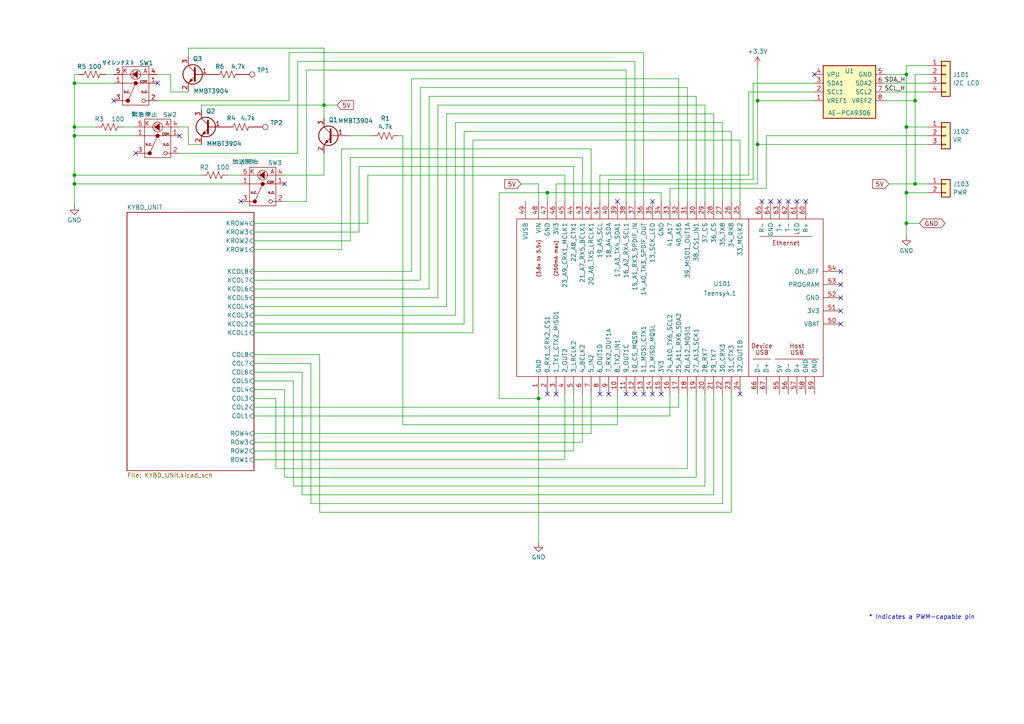
<source format=kicad_sch>
(kicad_sch (version 20231120) (generator "eeschema") (generator_version "8.0")
  (paper "A4")
  (title_block (title "k2503100 操作パネル") (date "2025-03-25") (rev "2.00") (company "HOLLY&Co.,Ltd. Masafumi Horimoto") (comment 1 "MMBT3904シンボル変更"))
  (lib_symbols
    (symbol "Connector:TestPoint" (pin_numbers hide) (pin_names (offset 0.762) hide)
      (property "Reference" "TP" (at 0 6.858 0))
      (property "Value" "TestPoint" (at 0 5.08 0))
      (symbol "TestPoint_0_1"
        (circle (center 0 3.302) (radius 0.762))
      )
      (symbol "TestPoint_1_1"
        (pin passive line (at 0 0 90) (length 2.54) (name "1") (number "1"))
      )
    )
    (symbol "Connector_Generic:Conn_01x02" (pin_names (offset 1.016) hide)
      (property "Reference" "J" (at 0 2.54 0))
      (property "Value" "Conn_01x02" (at 0 -5.08 0))
      (symbol "Conn_01x02_1_1"
        (rectangle (start -1.27 -2.413) (end 0 -2.667) (stroke (width 0.1524)))
        (rectangle (start -1.27 0.127) (end 0 -0.127) (stroke (width 0.1524)))
        (rectangle (start -1.27 1.27) (end 1.27 -3.81) (stroke (width 0.254)) (fill (type background)))
        (pin passive line (at -5.08 0 0) (length 3.81) (name "Pin_1") (number "1"))
        (pin passive line (at -5.08 -2.54 0) (length 3.81) (name "Pin_2") (number "2"))
      )
    )
    (symbol "Connector_Generic:Conn_01x03" (pin_names (offset 1.016) hide)
      (property "Reference" "J" (at 0 5.08 0))
      (property "Value" "Conn_01x03" (at 0 -5.08 0))
      (symbol "Conn_01x03_1_1"
        (rectangle (start -1.27 -2.413) (end 0 -2.667) (stroke (width 0.1524)))
        (rectangle (start -1.27 0.127) (end 0 -0.127) (stroke (width 0.1524)))
        (rectangle (start -1.27 2.667) (end 0 2.413) (stroke (width 0.1524)))
        (rectangle (start -1.27 3.81) (end 1.27 -3.81) (stroke (width 0.254)) (fill (type background)))
        (pin passive line (at -5.08 2.54 0) (length 3.81) (name "Pin_1") (number "1"))
        (pin passive line (at -5.08 0 0) (length 3.81) (name "Pin_2") (number "2"))
        (pin passive line (at -5.08 -2.54 0) (length 3.81) (name "Pin_3") (number "3"))
      )
    )
    (symbol "Connector_Generic:Conn_01x04" (pin_names (offset 1.016) hide)
      (property "Reference" "J" (at 0 5.08 0))
      (property "Value" "Conn_01x04" (at 0 -7.62 0))
      (symbol "Conn_01x04_1_1"
        (rectangle (start -1.27 -4.953) (end 0 -5.207) (stroke (width 0.1524)))
        (rectangle (start -1.27 -2.413) (end 0 -2.667) (stroke (width 0.1524)))
        (rectangle (start -1.27 0.127) (end 0 -0.127) (stroke (width 0.1524)))
        (rectangle (start -1.27 2.667) (end 0 2.413) (stroke (width 0.1524)))
        (rectangle (start -1.27 3.81) (end 1.27 -6.35) (stroke (width 0.254)) (fill (type background)))
        (pin passive line (at -5.08 2.54 0) (length 3.81) (name "Pin_1") (number "1"))
        (pin passive line (at -5.08 0 0) (length 3.81) (name "Pin_2") (number "2"))
        (pin passive line (at -5.08 -2.54 0) (length 3.81) (name "Pin_3") (number "3"))
        (pin passive line (at -5.08 -5.08 0) (length 3.81) (name "Pin_4") (number "4"))
      )
    )
    (symbol "Device:R_US" (pin_numbers hide) (pin_names (offset 0))
      (property "Reference" "R" (at 2.54 0 90))
      (property "Value" "R_US" (at -2.54 0 90))
      (symbol "R_US_0_1"
        (polyline (pts (xy 0 -2.286) (xy 0 -2.54)))
        (polyline (pts (xy 0 2.286) (xy 0 2.54)))
        (polyline (pts (xy 0 -0.762) (xy 1.016 -1.143) (xy 0 -1.524) (xy -1.016 -1.905) (xy 0 -2.286)))
        (polyline (pts (xy 0 0.762) (xy 1.016 0.381) (xy 0 0) (xy -1.016 -0.381) (xy 0 -0.762)))
        (polyline (pts (xy 0 2.286) (xy 1.016 1.905) (xy 0 1.524) (xy -1.016 1.143) (xy 0 0.762)))
      )
      (symbol "R_US_1_1"
        (pin passive line (at 0 3.81 270) (length 1.27) (name "~") (number "1"))
        (pin passive line (at 0 -3.81 90) (length 1.27) (name "~") (number "2"))
      )
    )
    (symbol "HOLLY2:AE-PCA9306" (pin_names (offset 1.016))
      (property "Reference" "U" (at -6.35 10.16 0))
      (property "Value" "AE-PCA9306" (at -6.35 6.35 0))
      (symbol "AE-PCA9306_0_1"
        (rectangle (start -7.62 8.89) (end 7.62 -6.35) (stroke (width 0.254)) (fill (type background)))
      )
      (symbol "AE-PCA9306_1_1"
        (pin power_in line (at -10.16 3.81 0) (length 2.54) (name "VREF1") (number "1"))
        (pin bidirectional line (at -10.16 1.27 0) (length 2.54) (name "SCL1") (number "2"))
        (pin bidirectional line (at -10.16 -1.27 0) (length 2.54) (name "SDA1") (number "3"))
        (pin input line (at -10.16 -3.81 0) (length 2.54) (name "VPU") (number "4"))
        (pin power_in line (at 10.16 -3.81 180) (length 2.54) (name "GND") (number "5"))
        (pin bidirectional line (at 10.16 -1.27 180) (length 2.54) (name "SDA2") (number "6"))
        (pin bidirectional line (at 10.16 1.27 180) (length 2.54) (name "SCL2") (number "7"))
        (pin power_in line (at 10.16 3.81 180) (length 2.54) (name "VREF2") (number "8"))
      )
    )
    (symbol "K2503100:MP86A1"
      (property "Reference" "SW" (at 0 0 0))
      (symbol "MP86A1_0_1"
        (rectangle (start -3.81 -1.524) (end 3.81 -12.7))
        (polyline (pts (xy -0.762 -2.794) (xy -0.762 -4.826)))
      )
      (symbol "MP86A1_1_1"
        (circle (center -2.286 -11.43) (radius 0.508) (fill (type outline)))
        (circle (center 0 -6.35) (radius 0.508) (fill (type outline)))
        (circle (center 0 -3.81) (radius 1.4368))
        (polyline (pts (xy -3.81 -11.43) (xy -2.794 -11.43)))
        (polyline (pts (xy -3.81 -6.35) (xy 3.81 -6.35)))
        (polyline (pts (xy -3.81 -3.81) (xy 3.81 -3.81)))
        (polyline (pts (xy 0 -6.35) (xy -2.286 -11.43)))
        (polyline (pts (xy 0 -6.35) (xy 2.286 -11.43)) (stroke (width 0) (type dot)))
        (polyline (pts (xy 3.81 -11.43) (xy 2.794 -11.43)))
        (polyline (pts (xy -0.762 -3.81) (xy 0.508 -2.794) (xy 0.508 -4.826) (xy -0.762 -3.81)) (fill (type color) (color 132 0 0 1)))
        (circle (center 2.286 -11.43) (radius 0.508))
        (text "A" (at 2.794 -2.794 0) (effects (font (size 1.27 1.27))))
        (text "COM" (at 2.286 -5.842 0) (effects (font (size 0.635 0.635))))
        (text "K" (at -3.048 -2.794 0) (effects (font (size 1.27 1.27))))
        (text "N.C." (at -2.54 -8.89 0) (effects (font (size 0.635 0.635))))
        (text "N.O." (at 2.54 -8.89 0) (effects (font (size 0.635 0.635))))
        (pin input line (at -6.35 -6.35 0) (length 2.54) (name "") (number "1"))
        (pin input line (at 6.35 -6.35 180) (length 2.54) (name "") (number "1"))
        (pin input line (at 6.35 -11.43 180) (length 2.54) (name "") (number "2"))
        (pin input line (at -6.35 -11.43 0) (length 2.54) (name "") (number "3"))
        (pin input line (at 6.35 -3.81 180) (length 2.54) (name "") (number "4"))
        (pin input line (at -6.35 -3.81 0) (length 2.54) (name "") (number "5"))
      )
    )
    (symbol "Transistor_BJT:MMBT3904" (pin_names (offset 0) hide)
      (property "Reference" "Q" (at 5.08 1.905 0))
      (property "Value" "MMBT3904" (at 5.08 0 0))
      (symbol "MMBT3904_0_1"
        (polyline (pts (xy 0.635 0.635) (xy 2.54 2.54)))
        (polyline (pts (xy 0.635 -0.635) (xy 2.54 -2.54) (xy 2.54 -2.54)))
        (polyline (pts (xy 0.635 1.905) (xy 0.635 -1.905) (xy 0.635 -1.905)) (stroke (width 0.508)))
        (polyline (pts (xy 1.27 -1.778) (xy 1.778 -1.27) (xy 2.286 -2.286) (xy 1.27 -1.778) (xy 1.27 -1.778)) (fill (type outline)))
        (circle (center 1.27 0) (radius 2.8194) (stroke (width 0.254)))
      )
      (symbol "MMBT3904_1_1"
        (pin input line (at -5.08 0 0) (length 5.715) (name "B") (number "1"))
        (pin passive line (at 2.54 -5.08 90) (length 2.54) (name "E") (number "2"))
        (pin passive line (at 2.54 5.08 270) (length 2.54) (name "C") (number "3"))
      )
    )
    (symbol "power:+3.3V" (power) (pin_numbers hide) (pin_names (offset 0) hide)
      (property "Value" "+3.3V" (at 0 3.556 0))
      (symbol "+3.3V_0_1"
        (polyline (pts (xy -0.762 1.27) (xy 0 2.54)))
        (polyline (pts (xy 0 0) (xy 0 2.54)))
        (polyline (pts (xy 0 2.54) (xy 0.762 1.27)))
      )
      (symbol "+3.3V_1_1"
        (pin power_in line (at 0 0 90) (length 0) (name "~") (number "1"))
      )
    )
    (symbol "power:GND" (power) (pin_numbers hide) (pin_names (offset 0) hide)
      (property "Value" "GND" (at 0 -3.81 0))
      (symbol "GND_0_1"
        (polyline (pts (xy 0 0) (xy 0 -1.27) (xy 1.27 -1.27) (xy 0 -2.54) (xy -1.27 -1.27) (xy 0 -1.27)))
      )
      (symbol "GND_1_1"
        (pin power_in line (at 0 0 270) (length 0) (name "~") (number "1"))
      )
    )
    (symbol "teensy:Teensy4.1" (pin_names (offset 1.016))
      (property "Reference" "U" (at 0 64.77 0))
      (property "Value" "Teensy4.1" (at 0 62.23 0))
      (symbol "Teensy4.1_0_0"
        (polyline (pts (xy -22.86 -6.35) (xy 22.86 -6.35)))
        (polyline (pts (xy -17.78 -26.67) (xy -17.78 -13.97)))
        (polyline (pts (xy -17.78 -7.62) (xy -17.78 -12.7)))
        (polyline (pts (xy 17.78 -9.525) (xy 17.78 -24.765)))
        (text "(250mA max)" (at 11.43 49.53 0) (effects (font (size 1.016 1.016))))
        (text "(3.6v to 5.5v)" (at 11.43 54.61 0) (effects (font (size 1.016 1.016))))
        (text "Device" (at -13.97 -10.16 900) (effects (font (size 1.27 1.27))))
        (text "Ethernet" (at 15.875 -17.145 900) (effects (font (size 1.27 1.27))))
        (text "Host" (at -13.97 -20.32 900) (effects (font (size 1.27 1.27))))
        (text "USB" (at -15.875 -20.32 900) (effects (font (size 1.27 1.27))))
        (text "USB" (at -15.875 -10.16 900) (effects (font (size 1.27 1.27))))
        (pin bidirectional line (at -27.94 31.75 0) (length 5.08) (name "8_TX2_IN1") (number "10"))
        (pin bidirectional line (at -27.94 29.21 0) (length 5.08) (name "9_OUT1C") (number "11"))
        (pin bidirectional line (at -27.94 26.67 0) (length 5.08) (name "10_CS_MQSR") (number "12"))
        (pin bidirectional line (at -27.94 24.13 0) (length 5.08) (name "11_MOSI_CTX1") (number "13"))
        (pin bidirectional line (at -27.94 21.59 0) (length 5.08) (name "12_MISO_MQSL") (number "14"))
        (pin power_in line (at -27.94 19.05 0) (length 5.08) (name "3V3") (number "15"))
        (pin bidirectional line (at -27.94 16.51 0) (length 5.08) (name "24_A10_TX6_SCL2") (number "16"))
        (pin bidirectional line (at -27.94 13.97 0) (length 5.08) (name "25_A11_RX6_SDA2") (number "17"))
        (pin bidirectional line (at -27.94 11.43 0) (length 5.08) (name "26_A12_MOSI1") (number "18"))
        (pin bidirectional line (at -27.94 8.89 0) (length 5.08) (name "27_A13_SCK1") (number "19"))
        (pin bidirectional line (at -27.94 6.35 0) (length 5.08) (name "28_RX7") (number "20"))
        (pin bidirectional line (at -27.94 3.81 0) (length 5.08) (name "29_TX7") (number "21"))
        (pin bidirectional line (at -27.94 1.27 0) (length 5.08) (name "30_CRX3") (number "22"))
        (pin bidirectional line (at -27.94 -1.27 0) (length 5.08) (name "31_CTX3") (number "23"))
        (pin bidirectional line (at -27.94 -3.81 0) (length 5.08) (name "32_OUT1B") (number "24"))
        (pin bidirectional line (at 27.94 -3.81 180) (length 5.08) (name "33_MCLK2") (number "25"))
        (pin bidirectional line (at 27.94 -1.27 180) (length 5.08) (name "34_RX8") (number "26"))
        (pin bidirectional line (at 27.94 1.27 180) (length 5.08) (name "35_TX8") (number "27"))
        (pin bidirectional line (at 27.94 3.81 180) (length 5.08) (name "36_CS") (number "28"))
        (pin bidirectional line (at 27.94 6.35 180) (length 5.08) (name "37_CS") (number "29"))
        (pin bidirectional line (at 27.94 8.89 180) (length 5.08) (name "38_CS1_IN1") (number "30"))
        (pin bidirectional line (at 27.94 11.43 180) (length 5.08) (name "39_MISO1_OUT1A") (number "31"))
        (pin bidirectional line (at 27.94 13.97 180) (length 5.08) (name "40_A16") (number "32"))
        (pin bidirectional line (at 27.94 16.51 180) (length 5.08) (name "41_A17") (number "33"))
        (pin bidirectional line (at 27.94 21.59 180) (length 5.08) (name "13_SCK_LED") (number "35"))
        (pin bidirectional line (at 27.94 24.13 180) (length 5.08) (name "14_A0_TX3_SPDIF_OUT") (number "36"))
        (pin bidirectional line (at 27.94 26.67 180) (length 5.08) (name "15_A1_RX3_SPDIF_IN") (number "37"))
        (pin bidirectional line (at 27.94 29.21 180) (length 5.08) (name "16_A2_RX4_SCL1") (number "38"))
        (pin bidirectional line (at 27.94 31.75 180) (length 5.08) (name "17_A3_TX4_SDA1") (number "39"))
        (pin bidirectional line (at 27.94 34.29 180) (length 5.08) (name "18_A4_SDA") (number "40"))
        (pin bidirectional line (at 27.94 36.83 180) (length 5.08) (name "19_A5_SCL") (number "41"))
        (pin bidirectional line (at 27.94 39.37 180) (length 5.08) (name "20_A6_TX5_LRCLK1") (number "42"))
        (pin bidirectional line (at 27.94 41.91 180) (length 5.08) (name "21_A7_RX5_BCLK1") (number "43"))
        (pin bidirectional line (at 27.94 44.45 180) (length 5.08) (name "22_A8_CTX1") (number "44"))
        (pin bidirectional line (at 27.94 46.99 180) (length 5.08) (name "23_A9_CRX1_MCLK1") (number "45"))
        (pin output line (at 27.94 49.53 180) (length 5.08) (name "3V3") (number "46"))
        (pin output line (at 27.94 52.07 180) (length 5.08) (name "GND") (number "47"))
        (pin power_in line (at 27.94 54.61 180) (length 5.08) (name "VIN") (number "48"))
        (pin power_out line (at 27.94 58.42 180) (length 5.08) (name "VUSB") (number "49"))
        (pin bidirectional line (at -27.94 44.45 0) (length 5.08) (name "3_LRCLK2") (number "5"))
        (pin power_in line (at -7.62 -33.02 90) (length 5.08) (name "VBAT") (number "50"))
        (pin power_in line (at -3.81 -33.02 90) (length 5.08) (name "3V3") (number "51"))
        (pin input line (at 0 -33.02 90) (length 5.08) (name "GND") (number "52"))
        (pin input line (at 3.81 -33.02 90) (length 5.08) (name "PROGRAM") (number "53"))
        (pin input line (at 7.62 -33.02 90) (length 5.08) (name "ON_OFF") (number "54"))
        (pin power_out line (at -27.94 -15.24 0) (length 5.08) (name "5V") (number "55"))
        (pin bidirectional line (at -27.94 -17.78 0) (length 5.08) (name "D-") (number "56"))
        (pin bidirectional line (at -27.94 -20.32 0) (length 5.08) (name "D+") (number "57"))
        (pin power_in line (at -27.94 -22.86 0) (length 5.08) (name "GND") (number "58"))
        (pin power_in line (at -27.94 -25.4 0) (length 5.08) (name "GND") (number "59"))
        (pin bidirectional line (at -27.94 41.91 0) (length 5.08) (name "4_BCLK2") (number "6"))
        (pin bidirectional line (at 27.94 -22.86 180) (length 5.08) (name "R+") (number "60"))
        (pin bidirectional line (at 27.94 -20.32 180) (length 5.08) (name "LED") (number "61"))
        (pin bidirectional line (at 27.94 -17.78 180) (length 5.08) (name "T-") (number "62"))
        (pin bidirectional line (at 27.94 -15.24 180) (length 5.08) (name "T+") (number "63"))
        (pin power_in line (at 27.94 -12.7 180) (length 5.08) (name "GND") (number "64"))
        (pin bidirectional line (at 27.94 -10.16 180) (length 5.08) (name "R-") (number "65"))
        (pin bidirectional line (at -27.94 -8.89 0) (length 5.08) (name "D-") (number "66"))
        (pin bidirectional line (at -27.94 -11.43 0) (length 5.08) (name "D+") (number "67"))
        (pin bidirectional line (at -27.94 39.37 0) (length 5.08) (name "5_IN2") (number "7"))
        (pin bidirectional line (at -27.94 36.83 0) (length 5.08) (name "6_OUT1D") (number "8"))
        (pin bidirectional line (at -27.94 34.29 0) (length 5.08) (name "7_RX2_OUT1A") (number "9"))
      )
      (symbol "Teensy4.1_0_1"
        (rectangle (start -22.86 60.96) (end 22.86 -27.94))
        (rectangle (start -20.32 -1.27) (end -20.32 -1.27))
      )
      (symbol "Teensy4.1_1_1"
        (pin power_in line (at -27.94 54.61 0) (length 5.08) (name "GND") (number "1"))
        (pin bidirectional line (at -27.94 52.07 0) (length 5.08) (name "0_RX1_CRX2_CS1") (number "2"))
        (pin bidirectional line (at -27.94 49.53 0) (length 5.08) (name "1_TX1_CTX2_MISO1") (number "3"))
        (pin power_in line (at 27.94 19.05 180) (length 5.08) (name "GND") (number "34"))
        (pin bidirectional line (at -27.94 46.99 0) (length 5.08) (name "2_OUT2") (number "4"))
      )
    )
  )
  (junction (at 219.71 29.21))
  (junction (at 262.89 64.77))
  (junction (at 262.89 36.83))
  (junction (at 21.59 36.83))
  (junction (at 262.89 21.59))
  (junction (at 265.43 53.34))
  (junction (at 156.21 115.57))
  (junction (at 158.75 55.88))
  (junction (at 265.43 29.21))
  (junction (at 21.59 53.34))
  (junction (at 21.59 39.37))
  (junction (at 93.98 30.48))
  (junction (at 262.89 55.88))
  (junction (at 21.59 50.8))
  (junction (at 21.59 24.13))
  (junction (at 219.71 41.91))
  (no_connect (at 161.29 114.3))
  (no_connect (at 214.63 114.3))
  (no_connect (at 189.23 114.3))
  (no_connect (at 176.53 114.3))
  (no_connect (at 231.14 58.42))
  (no_connect (at 179.07 58.42))
  (no_connect (at 69.85 58.42))
  (no_connect (at 158.75 114.3))
  (no_connect (at 243.84 93.98))
  (no_connect (at 236.22 21.59))
  (no_connect (at 186.69 114.3))
  (no_connect (at 233.68 58.42))
  (no_connect (at 45.72 24.13))
  (no_connect (at 243.84 78.74))
  (no_connect (at 52.07 39.37))
  (no_connect (at 33.02 29.21))
  (no_connect (at 82.55 53.34))
  (no_connect (at 191.77 114.3))
  (no_connect (at 243.84 82.55))
  (no_connect (at 173.99 114.3))
  (no_connect (at 39.37 44.45))
  (no_connect (at 223.52 58.42))
  (no_connect (at 220.98 58.42))
  (no_connect (at 226.06 58.42))
  (no_connect (at 243.84 90.17))
  (no_connect (at 181.61 114.3))
  (no_connect (at 189.23 58.42))
  (no_connect (at 184.15 114.3))
  (no_connect (at 228.6 58.42))
  (no_connect (at 243.84 86.36))
  (wire (pts (xy 207.01 143.51) (xy 207.01 114.3)))
  (wire (pts (xy 104.14 67.31) (xy 104.14 48.26)))
  (wire (pts (xy 73.66 110.49) (xy 85.09 110.49)))
  (wire (pts (xy 83.82 15.24) (xy 186.69 15.24)))
  (wire (pts (xy 54.61 13.97) (xy 93.98 13.97)))
  (wire (pts (xy 256.54 24.13) (xy 269.24 24.13)))
  (wire (pts (xy 92.71 148.59) (xy 212.09 148.59)))
  (wire (pts (xy 199.39 135.89) (xy 199.39 114.3)))
  (wire (pts (xy 127 86.36) (xy 127 30.48)))
  (wire (pts (xy 82.55 113.03) (xy 82.55 138.43)))
  (wire (pts (xy 80.01 135.89) (xy 199.39 135.89)))
  (wire (pts (xy 161.29 53.34) (xy 219.71 53.34)))
  (wire (pts (xy 191.77 55.88) (xy 158.75 55.88)))
  (wire (pts (xy 212.09 38.1) (xy 212.09 58.42)))
  (wire (pts (xy 265.43 21.59) (xy 265.43 29.21)))
  (wire (pts (xy 73.66 78.74) (xy 119.38 78.74)))
  (wire (pts (xy 196.85 118.11) (xy 196.85 114.3)))
  (wire (pts (xy 54.61 41.91) (xy 58.42 41.91)))
  (wire (pts (xy 54.61 26.67) (xy 49.53 26.67)))
  (wire (pts (xy 97.79 30.48) (xy 93.98 30.48)))
  (wire (pts (xy 73.66 107.95) (xy 87.63 107.95)))
  (wire (pts (xy 168.91 45.72) (xy 168.91 58.42)))
  (wire (pts (xy 218.44 52.07) (xy 218.44 24.13)))
  (wire (pts (xy 90.17 105.41) (xy 90.17 146.05)))
  (wire (pts (xy 21.59 21.59) (xy 21.59 24.13)))
  (wire (pts (xy 194.31 114.3) (xy 194.31 120.65)))
  (wire (pts (xy 262.89 36.83) (xy 269.24 36.83)))
  (wire (pts (xy 119.38 78.74) (xy 119.38 22.86)))
  (wire (pts (xy 58.42 31.75) (xy 58.42 30.48)))
  (wire (pts (xy 262.89 21.59) (xy 262.89 36.83)))
  (wire (pts (xy 83.82 29.21) (xy 45.72 29.21)))
  (wire (pts (xy 262.89 55.88) (xy 262.89 64.77)))
  (wire (pts (xy 129.54 33.02) (xy 207.01 33.02)))
  (wire (pts (xy 92.71 102.87) (xy 92.71 148.59)))
  (wire (pts (xy 212.09 148.59) (xy 212.09 114.3)))
  (wire (pts (xy 49.53 26.67) (xy 49.53 21.59)))
  (wire (pts (xy 163.83 133.35) (xy 73.66 133.35)))
  (wire (pts (xy 144.78 115.57) (xy 156.21 115.57)))
  (wire (pts (xy 262.89 64.77) (xy 262.89 68.58)))
  (wire (pts (xy 194.31 120.65) (xy 73.66 120.65)))
  (wire (pts (xy 73.66 67.31) (xy 104.14 67.31)))
  (wire (pts (xy 269.24 39.37) (xy 222.25 39.37)))
  (wire (pts (xy 93.98 13.97) (xy 93.98 30.48)))
  (wire (pts (xy 73.66 88.9) (xy 129.54 88.9)))
  (wire (pts (xy 265.43 53.34) (xy 269.24 53.34)))
  (wire (pts (xy 35.56 36.83) (xy 39.37 36.83)))
  (wire (pts (xy 54.61 16.51) (xy 54.61 13.97)))
  (wire (pts (xy 85.09 140.97) (xy 204.47 140.97)))
  (wire (pts (xy 218.44 24.13) (xy 236.22 24.13)))
  (wire (pts (xy 83.82 15.24) (xy 83.82 29.21)))
  (wire (pts (xy 87.63 107.95) (xy 87.63 143.51)))
  (wire (pts (xy 127 30.48) (xy 204.47 30.48)))
  (wire (pts (xy 191.77 55.88) (xy 191.77 58.42)))
  (wire (pts (xy 101.6 45.72) (xy 168.91 45.72)))
  (wire (pts (xy 156.21 53.34) (xy 156.21 58.42)))
  (wire (pts (xy 21.59 36.83) (xy 21.59 39.37)))
  (wire (pts (xy 219.71 53.34) (xy 219.71 41.91)))
  (wire (pts (xy 22.86 21.59) (xy 21.59 21.59)))
  (wire (pts (xy 186.69 58.42) (xy 186.69 15.24)))
  (wire (pts (xy 21.59 50.8) (xy 21.59 53.34)))
  (wire (pts (xy 21.59 53.34) (xy 69.85 53.34)))
  (wire (pts (xy 181.61 20.32) (xy 181.61 58.42)))
  (wire (pts (xy 73.66 96.52) (xy 137.16 96.52)))
  (wire (pts (xy 201.93 27.94) (xy 201.93 58.42)))
  (wire (pts (xy 106.68 64.77) (xy 73.66 64.77)))
  (wire (pts (xy 161.29 58.42) (xy 161.29 53.34)))
  (wire (pts (xy 93.98 44.45) (xy 93.98 50.8)))
  (wire (pts (xy 137.16 96.52) (xy 137.16 40.64)))
  (wire (pts (xy 209.55 35.56) (xy 209.55 58.42)))
  (wire (pts (xy 104.14 48.26) (xy 166.37 48.26)))
  (wire (pts (xy 163.83 58.42) (xy 163.83 50.8)))
  (wire (pts (xy 93.98 30.48) (xy 93.98 34.29)))
  (wire (pts (xy 236.22 26.67) (xy 217.17 26.67)))
  (wire (pts (xy 21.59 24.13) (xy 21.59 36.83)))
  (wire (pts (xy 166.37 48.26) (xy 166.37 58.42)))
  (wire (pts (xy 21.59 53.34) (xy 21.59 59.69)))
  (wire (pts (xy 69.85 50.8) (xy 66.04 50.8)))
  (wire (pts (xy 217.17 26.67) (xy 217.17 50.8)))
  (wire (pts (xy 21.59 39.37) (xy 21.59 50.8)))
  (wire (pts (xy 80.01 115.57) (xy 80.01 135.89)))
  (wire (pts (xy 269.24 21.59) (xy 265.43 21.59)))
  (wire (pts (xy 101.6 69.85) (xy 101.6 45.72)))
  (wire (pts (xy 86.36 44.45) (xy 52.07 44.45)))
  (wire (pts (xy 116.84 39.37) (xy 116.84 123.19)))
  (wire (pts (xy 199.39 25.4) (xy 199.39 58.42)))
  (wire (pts (xy 236.22 29.21) (xy 219.71 29.21)))
  (wire (pts (xy 129.54 88.9) (xy 129.54 33.02)))
  (wire (pts (xy 171.45 114.3) (xy 171.45 125.73)))
  (wire (pts (xy 262.89 55.88) (xy 269.24 55.88)))
  (wire (pts (xy 58.42 50.8) (xy 21.59 50.8)))
  (wire (pts (xy 156.21 115.57) (xy 156.21 114.3)))
  (wire (pts (xy 124.46 83.82) (xy 124.46 27.94)))
  (wire (pts (xy 124.46 27.94) (xy 201.93 27.94)))
  (wire (pts (xy 176.53 52.07) (xy 218.44 52.07)))
  (wire (pts (xy 21.59 39.37) (xy 39.37 39.37)))
  (wire (pts (xy 265.43 29.21) (xy 265.43 53.34)))
  (wire (pts (xy 171.45 58.42) (xy 171.45 43.18)))
  (wire (pts (xy 132.08 91.44) (xy 132.08 35.56)))
  (wire (pts (xy 222.25 54.61) (xy 194.31 54.61)))
  (wire (pts (xy 90.17 146.05) (xy 209.55 146.05)))
  (wire (pts (xy 134.62 93.98) (xy 134.62 38.1)))
  (wire (pts (xy 73.66 113.03) (xy 82.55 113.03)))
  (wire (pts (xy 86.36 17.78) (xy 86.36 44.45)))
  (wire (pts (xy 184.15 17.78) (xy 86.36 17.78)))
  (wire (pts (xy 132.08 35.56) (xy 209.55 35.56)))
  (wire (pts (xy 99.06 72.39) (xy 73.66 72.39)))
  (wire (pts (xy 121.92 81.28) (xy 121.92 25.4)))
  (wire (pts (xy 265.43 29.21) (xy 256.54 29.21)))
  (wire (pts (xy 171.45 125.73) (xy 73.66 125.73)))
  (wire (pts (xy 58.42 30.48) (xy 93.98 30.48)))
  (wire (pts (xy 171.45 43.18) (xy 99.06 43.18)))
  (wire (pts (xy 73.66 115.57) (xy 80.01 115.57)))
  (wire (pts (xy 99.06 43.18) (xy 99.06 72.39)))
  (wire (pts (xy 158.75 55.88) (xy 144.78 55.88)))
  (wire (pts (xy 173.99 50.8) (xy 217.17 50.8)))
  (wire (pts (xy 73.66 93.98) (xy 134.62 93.98)))
  (wire (pts (xy 73.66 105.41) (xy 90.17 105.41)))
  (wire (pts (xy 30.48 21.59) (xy 33.02 21.59)))
  (wire (pts (xy 204.47 30.48) (xy 204.47 58.42)))
  (wire (pts (xy 256.54 26.67) (xy 269.24 26.67)))
  (wire (pts (xy 85.09 110.49) (xy 85.09 140.97)))
  (wire (pts (xy 176.53 58.42) (xy 176.53 52.07)))
  (wire (pts (xy 207.01 33.02) (xy 207.01 58.42)))
  (wire (pts (xy 269.24 19.05) (xy 262.89 19.05)))
  (wire (pts (xy 49.53 21.59) (xy 45.72 21.59)))
  (wire (pts (xy 222.25 39.37) (xy 222.25 54.61)))
  (wire (pts (xy 163.83 50.8) (xy 106.68 50.8)))
  (wire (pts (xy 82.55 58.42) (xy 88.9 58.42)))
  (wire (pts (xy 119.38 22.86) (xy 196.85 22.86)))
  (wire (pts (xy 73.66 118.11) (xy 196.85 118.11)))
  (wire (pts (xy 209.55 146.05) (xy 209.55 114.3)))
  (wire (pts (xy 134.62 38.1) (xy 212.09 38.1)))
  (wire (pts (xy 73.66 69.85) (xy 101.6 69.85)))
  (wire (pts (xy 201.93 138.43) (xy 201.93 114.3)))
  (wire (pts (xy 73.66 91.44) (xy 132.08 91.44)))
  (wire (pts (xy 21.59 36.83) (xy 27.94 36.83)))
  (wire (pts (xy 194.31 54.61) (xy 194.31 58.42)))
  (wire (pts (xy 173.99 58.42) (xy 173.99 50.8)))
  (wire (pts (xy 106.68 50.8) (xy 106.68 64.77)))
  (wire (pts (xy 156.21 115.57) (xy 156.21 157.48)))
  (wire (pts (xy 163.83 114.3) (xy 163.83 133.35)))
  (wire (pts (xy 184.15 58.42) (xy 184.15 17.78)))
  (wire (pts (xy 116.84 123.19) (xy 179.07 123.19)))
  (wire (pts (xy 158.75 55.88) (xy 158.75 58.42)))
  (wire (pts (xy 219.71 41.91) (xy 269.24 41.91)))
  (wire (pts (xy 262.89 36.83) (xy 262.89 55.88)))
  (wire (pts (xy 93.98 50.8) (xy 82.55 50.8)))
  (wire (pts (xy 204.47 140.97) (xy 204.47 114.3)))
  (wire (pts (xy 196.85 22.86) (xy 196.85 58.42)))
  (wire (pts (xy 168.91 128.27) (xy 168.91 114.3)))
  (wire (pts (xy 151.13 53.34) (xy 156.21 53.34)))
  (wire (pts (xy 214.63 40.64) (xy 214.63 58.42)))
  (wire (pts (xy 262.89 19.05) (xy 262.89 21.59)))
  (wire (pts (xy 137.16 40.64) (xy 214.63 40.64)))
  (wire (pts (xy 115.57 39.37) (xy 116.84 39.37)))
  (wire (pts (xy 73.66 128.27) (xy 168.91 128.27)))
  (wire (pts (xy 73.66 102.87) (xy 92.71 102.87)))
  (wire (pts (xy 33.02 24.13) (xy 21.59 24.13)))
  (wire (pts (xy 54.61 36.83) (xy 54.61 41.91)))
  (wire (pts (xy 73.66 81.28) (xy 121.92 81.28)))
  (wire (pts (xy 179.07 123.19) (xy 179.07 114.3)))
  (wire (pts (xy 257.81 53.34) (xy 265.43 53.34)))
  (wire (pts (xy 107.95 39.37) (xy 101.6 39.37)))
  (wire (pts (xy 87.63 143.51) (xy 207.01 143.51)))
  (wire (pts (xy 52.07 36.83) (xy 54.61 36.83)))
  (wire (pts (xy 82.55 138.43) (xy 201.93 138.43)))
  (wire (pts (xy 256.54 21.59) (xy 262.89 21.59)))
  (wire (pts (xy 166.37 130.81) (xy 73.66 130.81)))
  (wire (pts (xy 166.37 114.3) (xy 166.37 130.81)))
  (wire (pts (xy 219.71 29.21) (xy 219.71 41.91)))
  (wire (pts (xy 121.92 25.4) (xy 199.39 25.4)))
  (wire (pts (xy 262.89 64.77) (xy 266.7 64.77)))
  (wire (pts (xy 88.9 20.32) (xy 181.61 20.32)))
  (wire (pts (xy 73.66 86.36) (xy 127 86.36)))
  (wire (pts (xy 144.78 55.88) (xy 144.78 115.57)))
  (wire (pts (xy 73.66 83.82) (xy 124.46 83.82)))
  (wire (pts (xy 88.9 58.42) (xy 88.9 20.32)))
  (wire (pts (xy 219.71 19.05) (xy 219.71 29.21)))
  (text "* Indicates a PWM-capable pin" (at 251.968 179.832 0) (effects (font (size 1.27 1.27)) (justify left bottom)))
  (label "SDA_H" (at 256.54 24.13 0))
  (label "SCL_H" (at 256.54 26.67 0))
  (global_label "5V" (shape input) (at 257.81 53.34 180) (property "Intersheetrefs" "${INTERSHEET_REFS}" (effects (hide yes))))
  (global_label "GND" (shape bidirectional) (at 266.7 64.77 0) (property "Intersheetrefs" "${INTERSHEET_REFS}" (effects (hide yes))))
  (global_label "5V" (shape input) (at 151.13 53.34 180) (property "Intersheetrefs" "${INTERSHEET_REFS}" (effects (hide yes))))
  (global_label "5V" (shape input) (at 97.79 30.48 0) (property "Intersheetrefs" "${INTERSHEET_REFS}" (effects (hide yes))))
  (symbol (lib_id "power:GND") (at 262.89 68.58 0) (unit 1)
    (property "Reference" "#PWR0103" (effects (hide yes)))
    (property "Value" "GND" (at 262.89 72.7131 0))
    (property "Description" "Power symbol creates a global label with name \"GND\" , ground" (effects (hide yes)))
  )
  (symbol (lib_id "K2503100:MP86A1") (at 45.72 33.02 0) (unit 1)
    (property "Reference" "SW2" (at 49.276 33.274 0))
    (property "Value" "緊急停止" (at 41.91 33.274 0))
    (property "Footprint" "HOLLY2:MP86A1" (effects (hide yes)))
    (property "Description" "Push button switch, generic, two pins" (effects (hide yes)))
  )
  (symbol (lib_id "Connector_Generic:Conn_01x02") (at 274.32 53.34 0) (unit 1)
    (property "Reference" "J103" (at 276.352 53.3978 0) (effects (justify left)))
    (property "Value" "PWR" (at 276.352 55.8221 0) (effects (justify left)))
    (property "Footprint" "Connector_JST:JST_XH_S2B-XH-A_1x02_P2.50mm_Horizontal" (effects (hide yes)))
    (property "Description" "Generic connector, single row, 01x02, script generated (kicad-library-utils/schlib/autogen/connector/)" (effects (hide yes)))
  )
  (symbol (lib_id "Device:R_US") (at 69.85 36.83 90) (unit 1)
    (property "Reference" "R4" (at 67.056 34.29 90))
    (property "Value" "4.7k" (at 71.882 34.29 90))
    (property "Footprint" "Resistor_SMD:R_0603_1608Metric_Pad0.98x0.95mm_HandSolder" (effects (hide yes)))
    (property "Description" "Resistor, US symbol" (effects (hide yes)))
  )
  (symbol (lib_id "Connector:TestPoint") (at 69.85 21.59 270) (unit 1)
    (property "Reference" "TP1" (at 74.549 20.3778 90) (effects (justify left)))
    (property "Value" "TestPoint" (effects (hide yes)))
    (property "Footprint" "TestPoint:TestPoint_Pad_D2.0mm" (effects (hide yes)))
    (property "Description" "test point" (effects (hide yes)))
  )
  (symbol (lib_id "power:+3.3V") (at 219.71 19.05 0) (unit 1)
    (property "Reference" "#PWR01" (effects (hide yes)))
    (property "Value" "+3.3V" (at 219.71 14.9169 0))
    (property "Description" "Power symbol creates a global label with name \"+3.3V\"" (effects (hide yes)))
  )
  (symbol (lib_id "K2503100:MP86A1") (at 39.37 17.78 0) (unit 1)
    (property "Reference" "SW1" (at 42.418 18.288 0))
    (property "Value" "サイレンテスト" (at 34.29 18.288 0))
    (property "Footprint" "HOLLY2:MP86A1" (effects (hide yes)))
    (property "Description" "Push button switch, generic, two pins" (effects (hide yes)))
  )
  (symbol (lib_id "Connector_Generic:Conn_01x03") (at 274.32 39.37 0) (unit 1)
    (property "Reference" "J102" (at 276.352 38.1578 0) (effects (justify left)))
    (property "Value" "VR" (at 276.352 40.5821 0) (effects (justify left)))
    (property "Footprint" "Connector_JST:JST_XH_S3B-XH-A_1x03_P2.50mm_Horizontal" (effects (hide yes)))
    (property "Description" "Generic connector, single row, 01x03, script generated (kicad-library-utils/schlib/autogen/connector/)" (effects (hide yes)))
  )
  (symbol (lib_id "K2503100:MP86A1") (at 76.2 46.99 0) (unit 1)
    (property "Reference" "SW3" (at 79.756 47.244 0))
    (property "Value" "放送開始" (at 71.12 46.99 0))
    (property "Footprint" "HOLLY2:MP86A1" (effects (hide yes)))
    (property "Description" "Push button switch, generic, two pins" (effects (hide yes)))
  )
  (symbol (lib_id "Device:R_US") (at 66.04 21.59 90) (unit 1)
    (property "Reference" "R6" (at 63.754 19.304 90))
    (property "Value" "4.7k" (at 69.088 19.304 90))
    (property "Footprint" "Resistor_SMD:R_0603_1608Metric_Pad0.98x0.95mm_HandSolder" (effects (hide yes)))
    (property "Description" "Resistor, US symbol" (effects (hide yes)))
  )
  (symbol (lib_id "power:GND") (at 21.59 59.69 0) (unit 1)
    (property "Reference" "#PWR0102" (effects (hide yes)))
    (property "Value" "GND" (at 21.59 63.8231 0))
    (property "Description" "Power symbol creates a global label with name \"GND\" , ground" (effects (hide yes)))
  )
  (symbol (lib_id "Device:R_US") (at 31.75 36.83 270) (unit 1)
    (property "Reference" "R3" (at 27.432 34.544 90) (effects (justify left)))
    (property "Value" "100" (at 32.258 34.544 90) (effects (justify left)))
    (property "Footprint" "Resistor_SMD:R_0603_1608Metric_Pad0.98x0.95mm_HandSolder" (effects (hide yes)))
    (property "Description" "Resistor, US symbol" (effects (hide yes)))
  )
  (symbol (lib_id "Device:R_US") (at 111.76 39.37 90) (unit 1)
    (property "Reference" "R1" (at 111.76 34.3365 90))
    (property "Value" "4.7k" (at 111.76 36.7608 90))
    (property "Footprint" "Resistor_SMD:R_0603_1608Metric_Pad0.98x0.95mm_HandSolder" (effects (hide yes)))
    (property "Description" "Resistor, US symbol" (effects (hide yes)))
  )
  (symbol (lib_id "power:GND") (at 156.21 157.48 0) (unit 1)
    (property "Reference" "#PWR0101" (effects (hide yes)))
    (property "Value" "GND" (at 156.21 161.6131 0))
    (property "Description" "Power symbol creates a global label with name \"GND\" , ground" (effects (hide yes)))
  )
  (symbol (lib_id "teensy:Teensy4.1") (at 210.82 86.36 90) (unit 1)
    (property "Reference" "U101" (at 212.09 82.296 90) (effects (justify left)))
    (property "Value" "Teensy4.1" (at 213.614 85.09 90) (effects (justify left)))
    (property "Footprint" "teensy:Teensy41" (effects (hide yes)))
  )
  (symbol (lib_id "HOLLY2:AE-PCA9306") (at 246.38 25.4 0) (mirror x) (unit 1)
    (property "Reference" "U1" (at 246.38 20.574 0))
    (property "Value" "AE-PCA9306" (at 246.38 32.766 0))
    (property "Footprint" "Package_DIP:DIP-8_W7.62mm" (effects (hide yes)))
    (property "Datasheet" "https://akizukidenshi.com/download/ds/akizuki/m5452-ae-pca9306.pdf" (effects (hide yes)))
    (property "Description" "Dual bidirectional I2C Bus and SMBus voltage level translator" (effects (hide yes)))
  )
  (symbol (lib_id "Device:R_US") (at 26.67 21.59 270) (unit 1)
    (property "Reference" "R5" (at 22.352 19.304 90) (effects (justify left)))
    (property "Value" "100" (at 25.654 19.304 90) (effects (justify left)))
    (property "Footprint" "Resistor_SMD:R_0603_1608Metric_Pad0.98x0.95mm_HandSolder" (effects (hide yes)))
    (property "Description" "Resistor, US symbol" (effects (hide yes)))
  )
  (symbol (lib_id "Transistor_BJT:MMBT3904") (at 60.96 36.83 0) (mirror y) (unit 1)
    (property "Reference" "Q2" (at 62.484 32.258 0) (effects (justify left)))
    (property "Value" "MMBT3904" (at 70.104 41.656 0) (effects (justify left)))
    (property "Footprint" "Package_TO_SOT_SMD:SOT-23" (effects (hide yes)))
    (property "Datasheet" "https://www.onsemi.com/pdf/datasheet/pzt3904-d.pdf" (effects (hide yes)))
    (property "Description" "0.2A Ic, 40V Vce, Small Signal NPN Transistor, SOT-23" (effects (hide yes)))
  )
  (symbol (lib_id "Device:R_US") (at 62.23 50.8 270) (unit 1)
    (property "Reference" "R2" (at 57.912 48.514 90) (effects (justify left)))
    (property "Value" "100" (at 62.738 48.514 90) (effects (justify left)))
    (property "Footprint" "Resistor_SMD:R_0603_1608Metric_Pad0.98x0.95mm_HandSolder" (effects (hide yes)))
    (property "Description" "Resistor, US symbol" (effects (hide yes)))
  )
  (symbol (lib_id "Connector_Generic:Conn_01x04") (at 274.32 21.59 0) (unit 1)
    (property "Reference" "J101" (at 276.352 21.6478 0) (effects (justify left)))
    (property "Value" "I2C LCD" (at 276.352 24.0721 0) (effects (justify left)))
    (property "Footprint" "Connector_JST:JST_XH_S4B-XH-A_1x04_P2.50mm_Horizontal" (effects (hide yes)))
    (property "Description" "Generic connector, single row, 01x04, script generated (kicad-library-utils/schlib/autogen/connector/)" (effects (hide yes)))
  )
  (symbol (lib_id "Transistor_BJT:MMBT3904") (at 57.15 21.59 0) (mirror y) (unit 1)
    (property "Reference" "Q3" (at 58.674 17.018 0) (effects (justify left)))
    (property "Value" "MMBT3904" (at 66.294 26.416 0) (effects (justify left)))
    (property "Footprint" "Package_TO_SOT_SMD:SOT-23" (effects (hide yes)))
    (property "Datasheet" "https://www.onsemi.com/pdf/datasheet/pzt3904-d.pdf" (effects (hide yes)))
    (property "Description" "0.2A Ic, 40V Vce, Small Signal NPN Transistor, SOT-23" (effects (hide yes)))
  )
  (symbol (lib_id "Transistor_BJT:MMBT3904") (at 96.52 39.37 0) (mirror y) (unit 1)
    (property "Reference" "Q1" (at 98.044 34.798 0) (effects (justify left)))
    (property "Value" "MMBT3904" (at 108.204 35.052 0) (effects (justify left)))
    (property "Footprint" "Package_TO_SOT_SMD:SOT-23" (effects (hide yes)))
    (property "Datasheet" "https://www.onsemi.com/pdf/datasheet/pzt3904-d.pdf" (effects (hide yes)))
    (property "Description" "0.2A Ic, 40V Vce, Small Signal NPN Transistor, SOT-23" (effects (hide yes)))
  )
  (symbol (lib_id "Connector:TestPoint") (at 73.66 36.83 270) (unit 1)
    (property "Reference" "TP2" (at 78.359 35.6178 90) (effects (justify left)))
    (property "Value" "TestPoint" (effects (hide yes)))
    (property "Footprint" "TestPoint:TestPoint_Pad_D2.0mm" (effects (hide yes)))
    (property "Description" "test point" (effects (hide yes)))
  )
  (sheet (at 36.83 61.595) (size 36.83 74.93) (stroke (width 0.1524))
    (property "Sheetname" "KYBD_UNiT" (at 36.83 60.8834 0) (effects (justify left bottom)))
    (property "Sheetfile" "KYBD_UNit.kicad_sch" (at 36.83 137.1096 0) (effects (justify left top)))
    (pin "COL8" input (at 73.66 102.87 0))
    (pin "COL5" input (at 73.66 110.49 0))
    (pin "COL2" input (at 73.66 118.11 0))
    (pin "COL3" input (at 73.66 115.57 0))
    (pin "COL4" input (at 73.66 113.03 0))
    (pin "COL7" input (at 73.66 105.41 0))
    (pin "COL1" input (at 73.66 120.65 0))
    (pin "COL6" input (at 73.66 107.95 0))
    (pin "ROW4" input (at 73.66 125.73 0))
    (pin "ROW2" input (at 73.66 130.81 0))
    (pin "ROW3" input (at 73.66 128.27 0))
    (pin "ROW1" input (at 73.66 133.35 0))
    (pin "KCOL1" input (at 73.66 96.52 0))
    (pin "KCOL2" input (at 73.66 93.98 0))
    (pin "KCOL3" input (at 73.66 91.44 0))
    (pin "KCOL4" input (at 73.66 88.9 0))
    (pin "KCOL5" input (at 73.66 86.36 0))
    (pin "KCOL6" input (at 73.66 83.82 0))
    (pin "KCOL7" input (at 73.66 81.28 0))
    (pin "KCOL8" input (at 73.66 78.74 0))
    (pin "KROW3" input (at 73.66 67.31 0))
    (pin "KROW4" input (at 73.66 64.77 0))
    (pin "KROW2" input (at 73.66 69.85 0))
    (pin "KROW1" input (at 73.66 72.39 0))
  )
)
</source>
